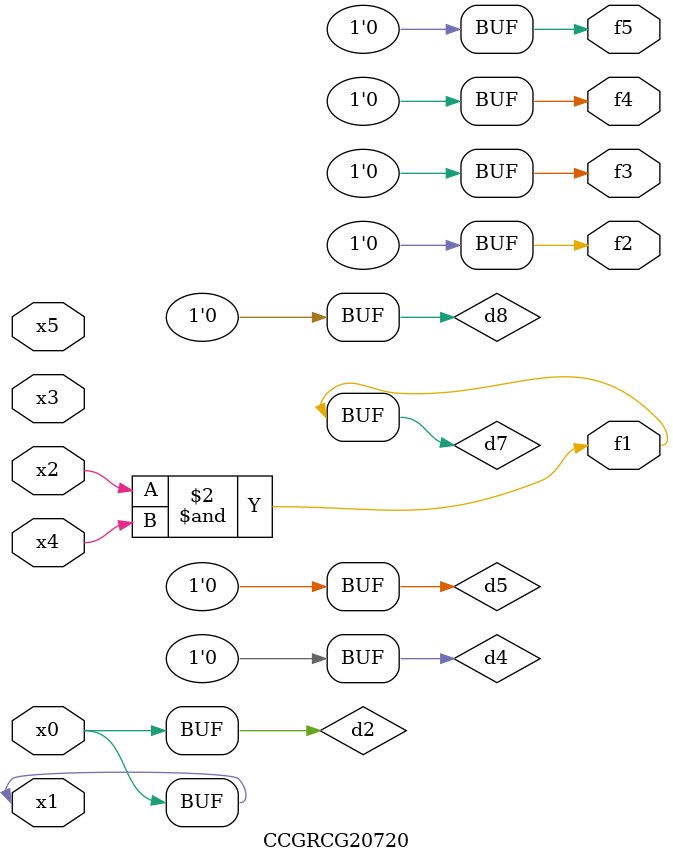
<source format=v>
module CCGRCG20720(
	input x0, x1, x2, x3, x4, x5,
	output f1, f2, f3, f4, f5
);

	wire d1, d2, d3, d4, d5, d6, d7, d8, d9;

	nand (d1, x1);
	buf (d2, x0, x1);
	nand (d3, x2, x4);
	and (d4, d1, d2);
	and (d5, d1, d2);
	nand (d6, d1, d3);
	not (d7, d3);
	xor (d8, d5);
	nor (d9, d5, d6);
	assign f1 = d7;
	assign f2 = d8;
	assign f3 = d8;
	assign f4 = d8;
	assign f5 = d8;
endmodule

</source>
